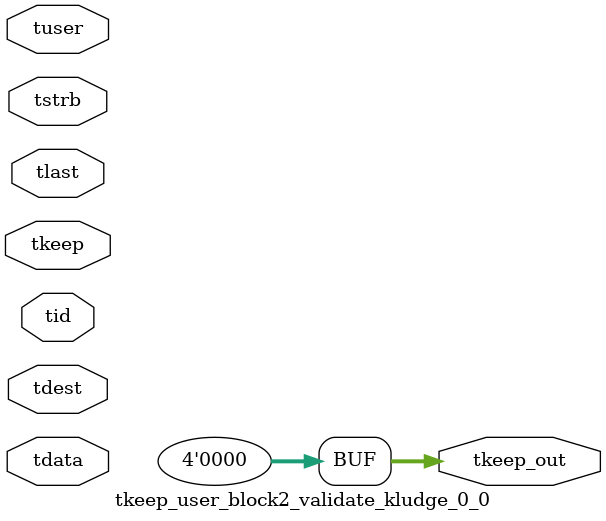
<source format=v>


`timescale 1ps/1ps

module tkeep_user_block2_validate_kludge_0_0 #
(
parameter C_S_AXIS_TDATA_WIDTH = 32,
parameter C_S_AXIS_TUSER_WIDTH = 0,
parameter C_S_AXIS_TID_WIDTH   = 0,
parameter C_S_AXIS_TDEST_WIDTH = 0,
parameter C_M_AXIS_TDATA_WIDTH = 32
)
(
input  [(C_S_AXIS_TDATA_WIDTH == 0 ? 1 : C_S_AXIS_TDATA_WIDTH)-1:0     ] tdata,
input  [(C_S_AXIS_TUSER_WIDTH == 0 ? 1 : C_S_AXIS_TUSER_WIDTH)-1:0     ] tuser,
input  [(C_S_AXIS_TID_WIDTH   == 0 ? 1 : C_S_AXIS_TID_WIDTH)-1:0       ] tid,
input  [(C_S_AXIS_TDEST_WIDTH == 0 ? 1 : C_S_AXIS_TDEST_WIDTH)-1:0     ] tdest,
input  [(C_S_AXIS_TDATA_WIDTH/8)-1:0 ] tkeep,
input  [(C_S_AXIS_TDATA_WIDTH/8)-1:0 ] tstrb,
input                                                                    tlast,
output [(C_M_AXIS_TDATA_WIDTH/8)-1:0 ] tkeep_out
);

assign tkeep_out = {1'b0};

endmodule


</source>
